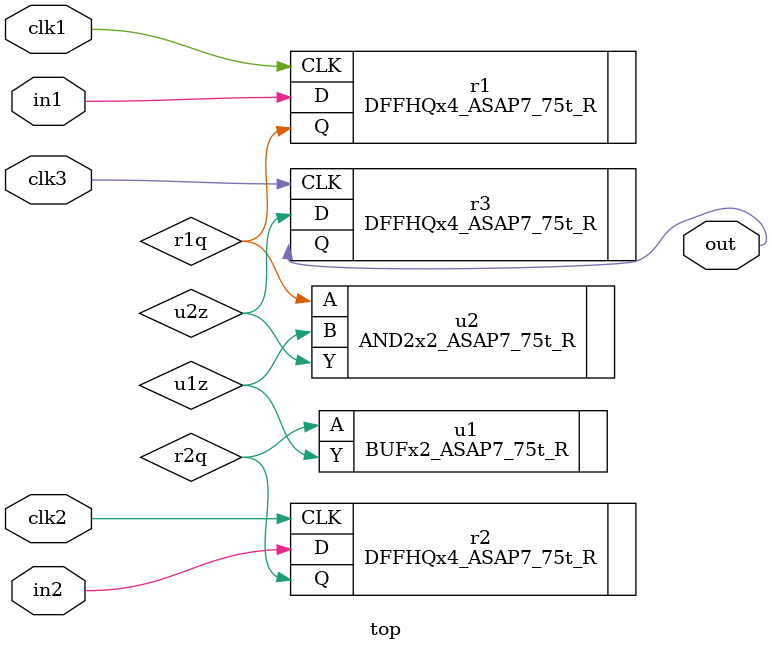
<source format=v>
module top (in1, in2, clk1, clk2, clk3, out);
  input in1, in2, clk1, clk2, clk3;
  output out;
  wire r1q, r2q, u1z, u2z;

  DFFHQx4_ASAP7_75t_R r1 (.D(in1), .CLK(clk1), .Q(r1q));
  DFFHQx4_ASAP7_75t_R r2 (.D(in2), .CLK(clk2), .Q(r2q));
  BUFx2_ASAP7_75t_R u1 (.A(r2q), .Y(u1z));
  AND2x2_ASAP7_75t_R u2 (.A(r1q), .B(u1z), .Y(u2z));
  DFFHQx4_ASAP7_75t_R r3 (.D(u2z), .CLK(clk3), .Q(out));
endmodule // top

</source>
